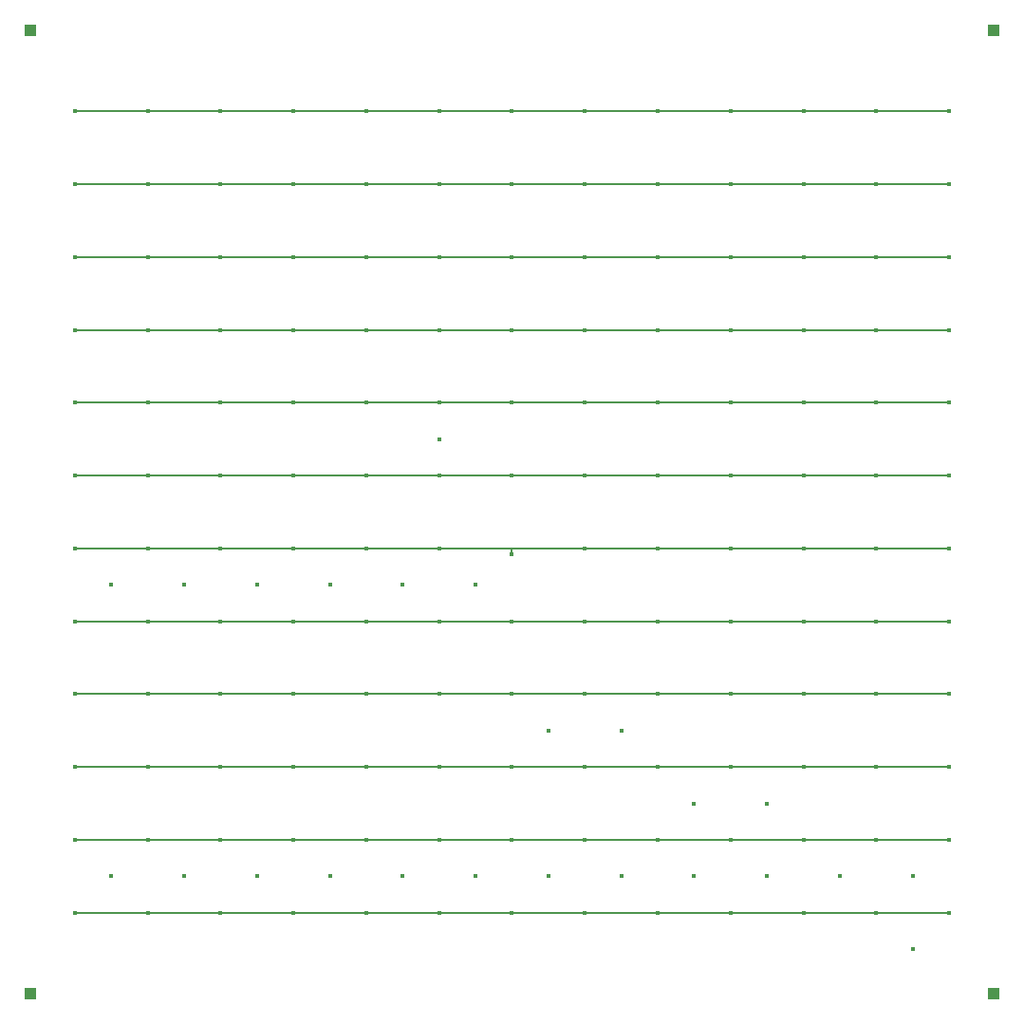
<source format=gbr>
G04 #@! TF.GenerationSoftware,KiCad,Pcbnew,(5.1.6)-1*
G04 #@! TF.CreationDate,2020-12-27T15:17:30+01:00*
G04 #@! TF.ProjectId,XY_TOUCH,58595f54-4f55-4434-982e-6b696361645f,rev?*
G04 #@! TF.SameCoordinates,Original*
G04 #@! TF.FileFunction,Copper,L2,Inr*
G04 #@! TF.FilePolarity,Positive*
%FSLAX46Y46*%
G04 Gerber Fmt 4.6, Leading zero omitted, Abs format (unit mm)*
G04 Created by KiCad (PCBNEW (5.1.6)-1) date 2020-12-27 15:17:30*
%MOMM*%
%LPD*%
G01*
G04 APERTURE LIST*
G04 #@! TA.AperFunction,ViaPad*
%ADD10R,1.000000X1.000000*%
G04 #@! TD*
G04 #@! TA.AperFunction,ViaPad*
%ADD11C,0.450000*%
G04 #@! TD*
G04 #@! TA.AperFunction,Conductor*
%ADD12C,0.152400*%
G04 #@! TD*
G04 APERTURE END LIST*
D10*
X143000000Y-143000000D03*
X143000000Y-57000000D03*
X57000000Y-143000000D03*
X57000000Y-57000000D03*
D11*
X106500000Y-64250000D03*
X139000000Y-64250000D03*
X132500000Y-64250000D03*
X126000000Y-64250000D03*
X119500000Y-64250000D03*
X113000000Y-64250000D03*
X100000000Y-64250000D03*
X93500000Y-64250000D03*
X87000000Y-64250000D03*
X80500000Y-64250000D03*
X74000016Y-64250000D03*
X67500000Y-64250000D03*
X61000000Y-64250000D03*
X100000000Y-70750000D03*
X139000000Y-70750000D03*
X61000000Y-70750000D03*
X67500000Y-70750000D03*
X74000000Y-70750000D03*
X80500000Y-70750000D03*
X87000000Y-70750000D03*
X93500000Y-70750000D03*
X106500000Y-70750000D03*
X113000000Y-70750000D03*
X119500000Y-70750000D03*
X126000000Y-70750000D03*
X132500000Y-70750000D03*
X93500000Y-77250000D03*
X139000000Y-77250000D03*
X132500000Y-77250000D03*
X126000000Y-77250000D03*
X119500000Y-77250000D03*
X113000000Y-77250000D03*
X106500000Y-77250000D03*
X100000000Y-77250000D03*
X87000000Y-77250000D03*
X80500000Y-77250000D03*
X74000000Y-77250000D03*
X67500000Y-77250000D03*
X61000000Y-77250000D03*
X87000000Y-83750000D03*
X139000000Y-83750000D03*
X61000000Y-83750000D03*
X67500000Y-83750000D03*
X74000000Y-83750000D03*
X80500000Y-83750000D03*
X93500000Y-83750000D03*
X100000000Y-83750000D03*
X106500000Y-83750000D03*
X113000000Y-83750000D03*
X119500000Y-83750000D03*
X125999994Y-83750000D03*
X132500000Y-83750000D03*
X87000000Y-90250000D03*
X139000000Y-90250000D03*
X132500000Y-90250000D03*
X126000000Y-90250000D03*
X119500000Y-90250000D03*
X113000000Y-90250000D03*
X106500000Y-90250000D03*
X100000000Y-90250000D03*
X93500000Y-90250000D03*
X80500000Y-90250000D03*
X74000000Y-90250000D03*
X67500000Y-90250000D03*
X61000000Y-90250000D03*
X87000000Y-96750000D03*
X139000000Y-96750000D03*
X61000000Y-96750000D03*
X67500000Y-96750000D03*
X74000000Y-96750000D03*
X80500000Y-96750000D03*
X93500000Y-96750000D03*
X100000000Y-96750000D03*
X106500000Y-96750000D03*
X113000000Y-96750000D03*
X119500000Y-96750000D03*
X126000000Y-96750000D03*
X132500000Y-96750000D03*
X132500000Y-103250000D03*
X139000010Y-103250000D03*
X119500000Y-103250000D03*
X113000000Y-103250000D03*
X106500000Y-103250000D03*
X126000000Y-103250000D03*
X93500000Y-103250000D03*
X87000000Y-103250000D03*
X80500000Y-103250000D03*
X74000000Y-103250000D03*
X67500000Y-103250000D03*
X61000000Y-103250000D03*
X100000000Y-103750000D03*
X132500000Y-109750000D03*
X139000000Y-109750000D03*
X61000000Y-109750000D03*
X67500000Y-109750000D03*
X74000000Y-109750000D03*
X80500000Y-109750000D03*
X87000000Y-109750000D03*
X93500000Y-109750000D03*
X100000000Y-109750000D03*
X106500000Y-109750000D03*
X113000000Y-109750000D03*
X119500000Y-109750000D03*
X126000000Y-109750000D03*
X132500000Y-116250000D03*
X61000000Y-116250000D03*
X67500000Y-116250000D03*
X74000000Y-116250000D03*
X80500000Y-116250000D03*
X87000000Y-116250000D03*
X93500000Y-116250000D03*
X100000000Y-116250000D03*
X106500000Y-116250000D03*
X113000000Y-116250000D03*
X119500000Y-116250000D03*
X126000000Y-116250000D03*
X139000000Y-116250000D03*
X132500000Y-122750000D03*
X61000000Y-122750000D03*
X67500000Y-122750000D03*
X74000000Y-122750000D03*
X80500000Y-122750000D03*
X87000000Y-122750000D03*
X93500000Y-122750000D03*
X100000000Y-122750000D03*
X106500000Y-122750000D03*
X113000000Y-122750000D03*
X119500000Y-122750000D03*
X126000000Y-122750000D03*
X139000000Y-122750000D03*
X139000000Y-129250000D03*
X61000000Y-129250000D03*
X67500000Y-129250000D03*
X73999992Y-129250000D03*
X80500000Y-129250000D03*
X87000000Y-129250000D03*
X93500000Y-129250000D03*
X100000000Y-129250000D03*
X106500000Y-129250000D03*
X113000000Y-129250000D03*
X119500000Y-129250000D03*
X126000000Y-129250000D03*
X132500000Y-129250000D03*
X61000000Y-135750000D03*
X67500000Y-135750000D03*
X74000000Y-135750000D03*
X80500000Y-135750000D03*
X87000000Y-135750000D03*
X93500000Y-135750000D03*
X100000000Y-135750000D03*
X106500000Y-135750000D03*
X113000000Y-135750000D03*
X119500000Y-135750000D03*
X126000000Y-135750000D03*
X132500000Y-135750000D03*
X139000000Y-135750000D03*
X135750000Y-139000008D03*
X135750000Y-132500000D03*
X129250006Y-132500000D03*
X122750000Y-126000000D03*
X122750000Y-132500000D03*
X116250000Y-132500000D03*
X116249994Y-126000000D03*
X109750000Y-119499998D03*
X109750000Y-132500000D03*
X103250000Y-119500004D03*
X103250000Y-132500000D03*
X96750000Y-106500000D03*
X96750000Y-132500000D03*
X90250000Y-106500000D03*
X90250000Y-132500000D03*
X83750000Y-132500000D03*
X83750004Y-106500000D03*
X77250000Y-132500000D03*
X77250000Y-106500000D03*
X70750000Y-132500000D03*
X70750000Y-106500000D03*
X64250000Y-132500000D03*
X64250000Y-106499990D03*
X93500000Y-93500000D03*
D12*
X61000000Y-64250000D02*
X139000000Y-64250000D01*
X139000000Y-70750000D02*
X61000000Y-70750000D01*
X61000000Y-77250000D02*
X139000000Y-77250000D01*
X139000000Y-83750000D02*
X61000000Y-83750000D01*
X61000000Y-90250000D02*
X139000000Y-90250000D01*
X136378680Y-96750000D02*
X61000000Y-96750000D01*
X139000000Y-96750000D02*
X136378680Y-96750000D01*
X100000000Y-103250000D02*
X100000000Y-103750000D01*
X138681812Y-103250000D02*
X139000010Y-103250000D01*
X61000000Y-103250000D02*
X138681812Y-103250000D01*
X139000000Y-109750000D02*
X61000000Y-109750000D01*
X61000000Y-116250000D02*
X139000000Y-116250000D01*
X139000000Y-122750000D02*
X61000000Y-122750000D01*
X61000000Y-129250000D02*
X139000000Y-129250000D01*
X139000000Y-135750000D02*
X61000000Y-135750000D01*
M02*

</source>
